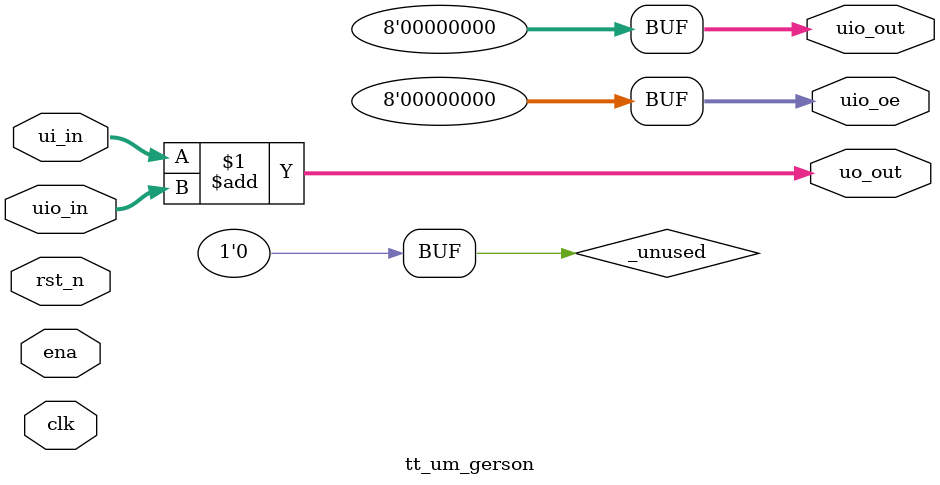
<source format=v>
/*
 * Copyright (c) 2024 Your Name
 * SPDX-License-Identifier: Apache-2.0
 */

`default_nettype none

module tt_um_gerson (
    input  wire [7:0] ui_in,    // Dedicated inputs
    output wire [7:0] uo_out,   // Dedicated outputs
    input  wire [7:0] uio_in,   // IOs: Input path
    output wire [7:0] uio_out,  // IOs: Output path
    output wire [7:0] uio_oe,   // IOs: Enable path (active high: 0=input, 1=output)
    input  wire       ena,      // always 1 when the design is powered, so you can ignore it
    input  wire       clk,      // clock
    input  wire       rst_n     // reset_n - low to reset
);

  // All output pins must be assigned. If not used, assign to 0.
  assign uo_out  = ui_in + uio_in;  // Example: ou_out is the sum of ui_in and uio_in
  assign uio_out = 0;
  assign uio_oe  = 0;

  // List all unused inputs to prevent warnings
  wire _unused = &{ena, clk, rst_n, 1'b0};

endmodule

</source>
